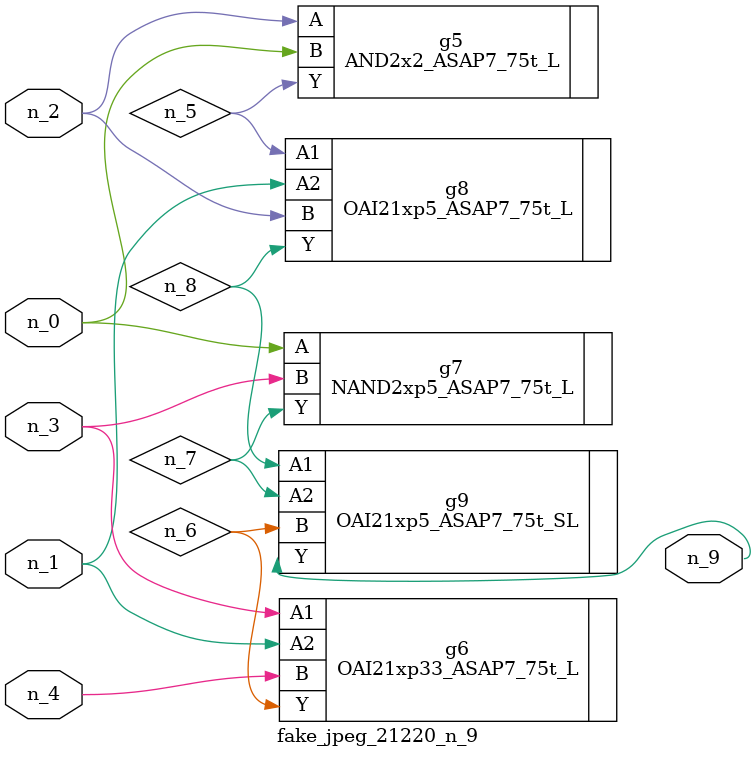
<source format=v>
module fake_jpeg_21220_n_9 (n_3, n_2, n_1, n_0, n_4, n_9);

input n_3;
input n_2;
input n_1;
input n_0;
input n_4;

output n_9;

wire n_8;
wire n_6;
wire n_5;
wire n_7;

AND2x2_ASAP7_75t_L g5 ( 
.A(n_2),
.B(n_0),
.Y(n_5)
);

OAI21xp33_ASAP7_75t_L g6 ( 
.A1(n_3),
.A2(n_1),
.B(n_4),
.Y(n_6)
);

NAND2xp5_ASAP7_75t_L g7 ( 
.A(n_0),
.B(n_3),
.Y(n_7)
);

OAI21xp5_ASAP7_75t_L g8 ( 
.A1(n_5),
.A2(n_1),
.B(n_2),
.Y(n_8)
);

OAI21xp5_ASAP7_75t_SL g9 ( 
.A1(n_8),
.A2(n_7),
.B(n_6),
.Y(n_9)
);


endmodule
</source>
